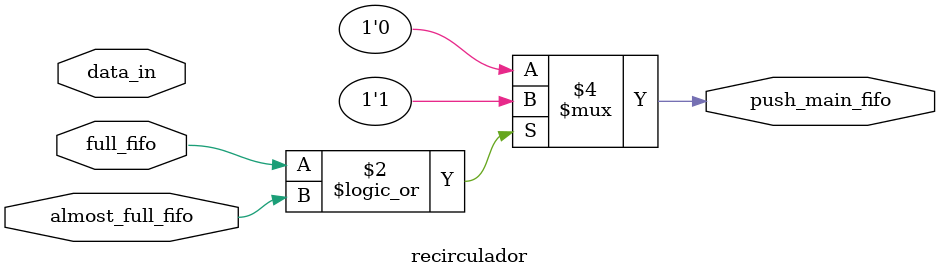
<source format=v>
module recirculador(input [5:0] data_in,
                    input full_fifo,
                    input almost_full_fifo,
                    output push_main_fifo);


always @(*) begin
    if (full_fifo || almost_full_fifo) push_main_fifo = 1;
    else push_main_fifo = 0;
end

endmodule

</source>
